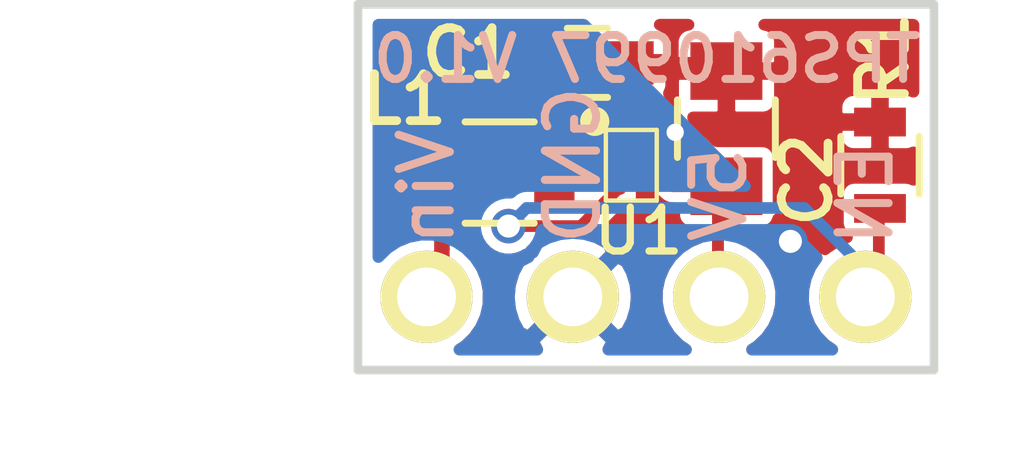
<source format=kicad_pcb>
(kicad_pcb (version 20171130) (host pcbnew "(5.1.5)-3")

  (general
    (thickness 1.6)
    (drawings 11)
    (tracks 81)
    (zones 0)
    (modules 8)
    (nets 6)
  )

  (page A4)
  (layers
    (0 F.Cu signal)
    (31 B.Cu signal)
    (32 B.Adhes user)
    (33 F.Adhes user)
    (34 B.Paste user)
    (35 F.Paste user)
    (36 B.SilkS user)
    (37 F.SilkS user)
    (38 B.Mask user)
    (39 F.Mask user)
    (40 Dwgs.User user)
    (41 Cmts.User user)
    (42 Eco1.User user)
    (43 Eco2.User user)
    (44 Edge.Cuts user)
    (45 Margin user)
    (46 B.CrtYd user)
    (47 F.CrtYd user)
    (48 B.Fab user)
    (49 F.Fab user hide)
  )

  (setup
    (last_trace_width 0.2032)
    (trace_clearance 0.16256)
    (zone_clearance 0.1778)
    (zone_45_only no)
    (trace_min 0.2)
    (via_size 0.6)
    (via_drill 0.4)
    (via_min_size 0.4)
    (via_min_drill 0.3)
    (uvia_size 0.3)
    (uvia_drill 0.1)
    (uvias_allowed no)
    (uvia_min_size 0.2)
    (uvia_min_drill 0.1)
    (edge_width 0.15)
    (segment_width 0.2)
    (pcb_text_width 0.3)
    (pcb_text_size 1.5 1.5)
    (mod_edge_width 0.15)
    (mod_text_size 1 1)
    (mod_text_width 0.15)
    (pad_size 0.6 0.6)
    (pad_drill 0.3)
    (pad_to_mask_clearance 0.2)
    (aux_axis_origin 0 0)
    (visible_elements 7FFFFF7F)
    (pcbplotparams
      (layerselection 0x010f0_80000001)
      (usegerberextensions true)
      (usegerberattributes false)
      (usegerberadvancedattributes false)
      (creategerberjobfile false)
      (excludeedgelayer true)
      (linewidth 0.100000)
      (plotframeref false)
      (viasonmask false)
      (mode 1)
      (useauxorigin false)
      (hpglpennumber 1)
      (hpglpenspeed 20)
      (hpglpendiameter 15.000000)
      (psnegative false)
      (psa4output false)
      (plotreference true)
      (plotvalue true)
      (plotinvisibletext false)
      (padsonsilk false)
      (subtractmaskfromsilk true)
      (outputformat 1)
      (mirror false)
      (drillshape 0)
      (scaleselection 1)
      (outputdirectory "gerber/"))
  )

  (net 0 "")
  (net 1 GND)
  (net 2 /Vin)
  (net 3 /Vout)
  (net 4 "Net-(L1-Pad2)")
  (net 5 /EN)

  (net_class Default "これは標準のネット クラスです。"
    (clearance 0.16256)
    (trace_width 0.2032)
    (via_dia 0.6)
    (via_drill 0.4)
    (uvia_dia 0.3)
    (uvia_drill 0.1)
    (add_net /EN)
    (add_net /Vin)
    (add_net /Vout)
    (add_net GND)
    (add_net "Net-(L1-Pad2)")
  )

  (module Capacitors_SMD:C_0603 (layer F.Cu) (tedit 5A91720D) (tstamp 5A92EF66)
    (at 53.984 144.666)
    (descr "Capacitor SMD 0603, reflow soldering, AVX (see smccp.pdf)")
    (tags "capacitor 0603")
    (path /5A916F1B)
    (attr smd)
    (fp_text reference C1 (at -2.064 -0.166) (layer F.SilkS)
      (effects (font (size 0.8128 0.8128) (thickness 0.1524)))
    )
    (fp_text value 10u (at 0 1.5) (layer F.Fab) hide
      (effects (font (size 1 1) (thickness 0.15)))
    )
    (fp_line (start 1.4 0.65) (end -1.4 0.65) (layer F.CrtYd) (width 0.05))
    (fp_line (start 1.4 0.65) (end 1.4 -0.65) (layer F.CrtYd) (width 0.05))
    (fp_line (start -1.4 -0.65) (end -1.4 0.65) (layer F.CrtYd) (width 0.05))
    (fp_line (start -1.4 -0.65) (end 1.4 -0.65) (layer F.CrtYd) (width 0.05))
    (fp_line (start 0.35 0.6) (end -0.35 0.6) (layer F.SilkS) (width 0.12))
    (fp_line (start -0.35 -0.6) (end 0.35 -0.6) (layer F.SilkS) (width 0.12))
    (fp_line (start -0.8 -0.4) (end 0.8 -0.4) (layer F.Fab) (width 0.1))
    (fp_line (start 0.8 -0.4) (end 0.8 0.4) (layer F.Fab) (width 0.1))
    (fp_line (start 0.8 0.4) (end -0.8 0.4) (layer F.Fab) (width 0.1))
    (fp_line (start -0.8 0.4) (end -0.8 -0.4) (layer F.Fab) (width 0.1))
    (fp_text user %R (at 0 0) (layer F.Fab)
      (effects (font (size 0.3 0.3) (thickness 0.075)))
    )
    (pad 2 smd rect (at 0.75 0) (size 0.8 0.75) (layers F.Cu F.Paste F.Mask)
      (net 1 GND))
    (pad 1 smd rect (at -0.75 0) (size 0.8 0.75) (layers F.Cu F.Paste F.Mask)
      (net 2 /Vin))
    (model Capacitors_SMD.3dshapes/C_0603.wrl
      (at (xyz 0 0 0))
      (scale (xyz 1 1 1))
      (rotate (xyz 0 0 0))
    )
  )

  (module Capacitors_SMD:C_0805 (layer F.Cu) (tedit 5A916D56) (tstamp 5A92EF77)
    (at 56.397 145.809 90)
    (descr "Capacitor SMD 0805, reflow soldering, AVX (see smccp.pdf)")
    (tags "capacitor 0805")
    (path /5A918808)
    (attr smd)
    (fp_text reference C2 (at -0.889 1.397 90) (layer F.SilkS)
      (effects (font (size 0.8128 0.8128) (thickness 0.1524)))
    )
    (fp_text value 22u (at 0 1.75 90) (layer F.Fab) hide
      (effects (font (size 1 1) (thickness 0.15)))
    )
    (fp_text user %R (at 0 -1.5 90) (layer F.Fab)
      (effects (font (size 1 1) (thickness 0.15)))
    )
    (fp_line (start -1 0.62) (end -1 -0.62) (layer F.Fab) (width 0.1))
    (fp_line (start 1 0.62) (end -1 0.62) (layer F.Fab) (width 0.1))
    (fp_line (start 1 -0.62) (end 1 0.62) (layer F.Fab) (width 0.1))
    (fp_line (start -1 -0.62) (end 1 -0.62) (layer F.Fab) (width 0.1))
    (fp_line (start 0.5 -0.85) (end -0.5 -0.85) (layer F.SilkS) (width 0.12))
    (fp_line (start -0.5 0.85) (end 0.5 0.85) (layer F.SilkS) (width 0.12))
    (fp_line (start -1.75 -0.88) (end 1.75 -0.88) (layer F.CrtYd) (width 0.05))
    (fp_line (start -1.75 -0.88) (end -1.75 0.87) (layer F.CrtYd) (width 0.05))
    (fp_line (start 1.75 0.87) (end 1.75 -0.88) (layer F.CrtYd) (width 0.05))
    (fp_line (start 1.75 0.87) (end -1.75 0.87) (layer F.CrtYd) (width 0.05))
    (pad 1 smd rect (at -1 0 90) (size 1 1.25) (layers F.Cu F.Paste F.Mask)
      (net 3 /Vout))
    (pad 2 smd rect (at 1 0 90) (size 1 1.25) (layers F.Cu F.Paste F.Mask)
      (net 1 GND))
    (model Capacitors_SMD.3dshapes/C_0805.wrl
      (at (xyz 0 0 0))
      (scale (xyz 1 1 1))
      (rotate (xyz 0 0 0))
    )
  )

  (module Inductors_SMD:L_0805 (layer F.Cu) (tedit 5A916AAF) (tstamp 5A92EF87)
    (at 52.46 146.571)
    (descr "Resistor SMD 0805, reflow soldering, Vishay (see dcrcw.pdf)")
    (tags "resistor 0805")
    (path /5A9168A1)
    (attr smd)
    (fp_text reference L1 (at -1.651 -1.27 180) (layer F.SilkS)
      (effects (font (size 0.8128 0.8128) (thickness 0.1524)))
    )
    (fp_text value 1u (at 0 2.1) (layer F.Fab) hide
      (effects (font (size 1 1) (thickness 0.15)))
    )
    (fp_line (start -1 0.62) (end -1 -0.62) (layer F.Fab) (width 0.1))
    (fp_line (start 1 0.62) (end -1 0.62) (layer F.Fab) (width 0.1))
    (fp_line (start 1 -0.62) (end 1 0.62) (layer F.Fab) (width 0.1))
    (fp_line (start -1 -0.62) (end 1 -0.62) (layer F.Fab) (width 0.1))
    (fp_line (start -1.6 -1) (end 1.6 -1) (layer F.CrtYd) (width 0.05))
    (fp_line (start -1.6 1) (end 1.6 1) (layer F.CrtYd) (width 0.05))
    (fp_line (start -1.6 -1) (end -1.6 1) (layer F.CrtYd) (width 0.05))
    (fp_line (start 1.6 -1) (end 1.6 1) (layer F.CrtYd) (width 0.05))
    (fp_line (start 0.6 0.88) (end -0.6 0.88) (layer F.SilkS) (width 0.12))
    (fp_line (start -0.6 -0.88) (end 0.6 -0.88) (layer F.SilkS) (width 0.12))
    (pad 1 smd rect (at -0.95 0) (size 0.7 1.3) (layers F.Cu F.Paste F.Mask)
      (net 2 /Vin))
    (pad 2 smd rect (at 0.95 0) (size 0.7 1.3) (layers F.Cu F.Paste F.Mask)
      (net 4 "Net-(L1-Pad2)"))
    (model Inductors_SMD.3dshapes\L_0805.wrl
      (at (xyz 0 0 0))
      (scale (xyz 1 1 1))
      (rotate (xyz 0 0 0))
    )
    (model ${KISYS3DMOD}/Inductor_SMD.3dshapes/L_0805_2012Metric.step
      (at (xyz 0 0 0))
      (scale (xyz 1 1 1))
      (rotate (xyz 0 0 0))
    )
  )

  (module user:USER_SIL-4_NoSilk (layer F.Cu) (tedit 59F88EAD) (tstamp 5A92EF93)
    (at 55 148.73)
    (descr "Connecteur 3 pins")
    (tags "CONN DEV")
    (path /5A915D8C)
    (fp_text reference P1 (at 0 -2.032) (layer F.SilkS) hide
      (effects (font (size 1.016 1.016) (thickness 0.1778)))
    )
    (fp_text value PinHeader (at 0 2.54) (layer F.SilkS) hide
      (effects (font (size 1.016 1.016) (thickness 0.1778)))
    )
    (fp_line (start -5.08 1.27) (end -5.08 -1.27) (layer F.Fab) (width 0.3048))
    (fp_line (start -5.08 -1.27) (end 5.08 -1.27) (layer F.Fab) (width 0.3048))
    (fp_line (start 5.08 -1.27) (end 5.08 1.27) (layer F.Fab) (width 0.3048))
    (fp_line (start 5.08 1.27) (end -5.08 1.27) (layer F.Fab) (width 0.3048))
    (pad 1 thru_hole circle (at -3.81 0) (size 1.6 1.6) (drill 1.02) (layers *.Cu *.Mask F.SilkS)
      (net 2 /Vin))
    (pad 2 thru_hole circle (at -1.27 0) (size 1.6 1.6) (drill 1.02) (layers *.Cu *.Mask F.SilkS)
      (net 1 GND))
    (pad 3 thru_hole circle (at 1.27 0) (size 1.6 1.6) (drill 1.02) (layers *.Cu *.Mask F.SilkS)
      (net 3 /Vout))
    (pad 4 thru_hole circle (at 3.81 0) (size 1.6 1.6) (drill 1.02) (layers *.Cu *.Mask F.SilkS)
      (net 5 /EN))
  )

  (module Resistors_SMD:R_0603 (layer F.Cu) (tedit 5A917204) (tstamp 5A92EF99)
    (at 59.064 146.444 90)
    (descr "Resistor SMD 0603, reflow soldering, Vishay (see dcrcw.pdf)")
    (tags "resistor 0603")
    (path /5A9172CB)
    (attr smd)
    (fp_text reference R1 (at 1.844 0.056 90) (layer F.SilkS)
      (effects (font (size 0.8128 0.8128) (thickness 0.1524)))
    )
    (fp_text value 10M (at 0 1.5 90) (layer F.Fab) hide
      (effects (font (size 1 1) (thickness 0.15)))
    )
    (fp_text user %R (at 0 0 90) (layer F.Fab)
      (effects (font (size 0.4 0.4) (thickness 0.075)))
    )
    (fp_line (start -0.8 0.4) (end -0.8 -0.4) (layer F.Fab) (width 0.1))
    (fp_line (start 0.8 0.4) (end -0.8 0.4) (layer F.Fab) (width 0.1))
    (fp_line (start 0.8 -0.4) (end 0.8 0.4) (layer F.Fab) (width 0.1))
    (fp_line (start -0.8 -0.4) (end 0.8 -0.4) (layer F.Fab) (width 0.1))
    (fp_line (start 0.5 0.68) (end -0.5 0.68) (layer F.SilkS) (width 0.12))
    (fp_line (start -0.5 -0.68) (end 0.5 -0.68) (layer F.SilkS) (width 0.12))
    (fp_line (start -1.25 -0.7) (end 1.25 -0.7) (layer F.CrtYd) (width 0.05))
    (fp_line (start -1.25 -0.7) (end -1.25 0.7) (layer F.CrtYd) (width 0.05))
    (fp_line (start 1.25 0.7) (end 1.25 -0.7) (layer F.CrtYd) (width 0.05))
    (fp_line (start 1.25 0.7) (end -1.25 0.7) (layer F.CrtYd) (width 0.05))
    (pad 1 smd rect (at -0.75 0 90) (size 0.5 0.9) (layers F.Cu F.Paste F.Mask)
      (net 5 /EN))
    (pad 2 smd rect (at 0.75 0 90) (size 0.5 0.9) (layers F.Cu F.Paste F.Mask)
      (net 1 GND))
    (model ${KISYS3DMOD}/Resistors_SMD.3dshapes/R_0603.wrl
      (at (xyz 0 0 0))
      (scale (xyz 1 1 1))
      (rotate (xyz 0 0 0))
    )
  )

  (module user:USER_Boost_TPS61099x_WCSP (layer F.Cu) (tedit 5A916703) (tstamp 5A92EFA8)
    (at 54.746 146.444)
    (path /5A91B0F1)
    (attr smd)
    (fp_text reference U1 (at 0.127 1.143) (layer F.SilkS)
      (effects (font (size 0.762 0.762) (thickness 0.127)))
    )
    (fp_text value TPS61099x_WCSP (at 0 -1.778) (layer F.Fab) hide
      (effects (font (size 1 1) (thickness 0.15)))
    )
    (fp_circle (center -0.635 -0.762) (end -0.508 -0.762) (layer F.SilkS) (width 0.254))
    (fp_line (start 0.442 -0.613) (end 0.442 0.613) (layer F.SilkS) (width 0.0762))
    (fp_line (start 0.442 0.613) (end -0.442 0.613) (layer F.SilkS) (width 0.0762))
    (fp_line (start -0.442 0.613) (end -0.442 -0.613) (layer F.SilkS) (width 0.0762))
    (fp_line (start -0.442 -0.613) (end 0.442 -0.613) (layer F.SilkS) (width 0.0762))
    (pad A1 smd circle (at -0.2 -0.4) (size 0.23 0.23) (layers F.Cu F.Paste F.Mask)
      (net 2 /Vin))
    (pad B1 smd circle (at -0.2 0) (size 0.23 0.23) (layers F.Cu F.Paste F.Mask)
      (net 4 "Net-(L1-Pad2)"))
    (pad C1 smd circle (at -0.2 0.4) (size 0.23 0.23) (layers F.Cu F.Paste F.Mask)
      (net 5 /EN))
    (pad A2 smd circle (at 0.2 -0.4) (size 0.23 0.23) (layers F.Cu F.Paste F.Mask)
      (net 1 GND))
    (pad B2 smd circle (at 0.2 0) (size 0.23 0.23) (layers F.Cu F.Paste F.Mask)
      (net 3 /Vout))
    (pad C2 smd circle (at 0.2 0.4) (size 0.23 0.23) (layers F.Cu F.Paste F.Mask)
      (net 1 GND))
  )

  (module user:USER_GNDvia (layer F.Cu) (tedit 5A916C7B) (tstamp 5A93758F)
    (at 61.33 145.555)
    (attr smd)
    (fp_text reference "" (at 0 0.5) (layer F.Fab) hide
      (effects (font (size 0.127 0.127) (thickness 0.03175)))
    )
    (fp_text value "" (at 0 -0.5) (layer F.Fab) hide
      (effects (font (size 0.127 0.127) (thickness 0.03175)))
    )
  )

  (module user:USER_GNDvia (layer F.Cu) (tedit 5A916CA4) (tstamp 5A9375C3)
    (at 55.508 145.8725)
    (fp_text reference "" (at 0 0.5) (layer F.Fab) hide
      (effects (font (size 0.127 0.127) (thickness 0.03175)))
    )
    (fp_text value "" (at 0 -0.5) (layer F.Fab) hide
      (effects (font (size 0.127 0.127) (thickness 0.03175)))
    )
    (pad "" thru_hole circle (at 0 0) (size 0.6 0.6) (drill 0.3) (layers *.Cu)
      (net 1 GND) (solder_mask_margin -0.000001) (clearance -0.000001) (zone_connect 2))
  )

  (dimension 6.35 (width 0.12) (layer Dwgs.User)
    (gr_text "6.350 mm" (at 47.48 146.825 90) (layer Dwgs.User)
      (effects (font (size 1 1) (thickness 0.15)))
    )
    (feature1 (pts (xy 50 143.65) (xy 48.163579 143.65)))
    (feature2 (pts (xy 50 150) (xy 48.163579 150)))
    (crossbar (pts (xy 48.75 150) (xy 48.75 143.65)))
    (arrow1a (pts (xy 48.75 143.65) (xy 49.336421 144.776504)))
    (arrow1b (pts (xy 48.75 143.65) (xy 48.163579 144.776504)))
    (arrow2a (pts (xy 48.75 150) (xy 49.336421 148.873496)))
    (arrow2b (pts (xy 48.75 150) (xy 48.163579 148.873496)))
  )
  (dimension 10 (width 0.12) (layer Dwgs.User)
    (gr_text "10.000 mm" (at 55 152.2095) (layer Dwgs.User)
      (effects (font (size 1 1) (thickness 0.15)))
    )
    (feature1 (pts (xy 50 150) (xy 50 151.525921)))
    (feature2 (pts (xy 60 150) (xy 60 151.525921)))
    (crossbar (pts (xy 60 150.9395) (xy 50 150.9395)))
    (arrow1a (pts (xy 50 150.9395) (xy 51.126504 150.353079)))
    (arrow1b (pts (xy 50 150.9395) (xy 51.126504 151.525921)))
    (arrow2a (pts (xy 60 150.9395) (xy 58.873496 150.353079)))
    (arrow2b (pts (xy 60 150.9395) (xy 58.873496 151.525921)))
  )
  (gr_text "TPS610997 V1.0" (at 55.02 144.6) (layer B.SilkS)
    (effects (font (size 0.762 0.762) (thickness 0.1397)) (justify mirror))
  )
  (gr_text EN (at 58.81 146.952 90) (layer B.SilkS)
    (effects (font (size 0.889 0.889) (thickness 0.1397)) (justify mirror))
  )
  (gr_text 5V (at 56.27 146.952 90) (layer B.SilkS)
    (effects (font (size 0.889 0.889) (thickness 0.1397)) (justify mirror))
  )
  (gr_text GND (at 53.73 146.444 90) (layer B.SilkS)
    (effects (font (size 0.889 0.889) (thickness 0.1397)) (justify mirror))
  )
  (gr_text Vin (at 51.19 146.825 90) (layer B.SilkS)
    (effects (font (size 0.889 0.889) (thickness 0.1397)) (justify mirror))
  )
  (gr_line (start 60 143.65) (end 60 150) (angle 90) (layer Edge.Cuts) (width 0.15))
  (gr_line (start 50 143.65) (end 50 150) (angle 90) (layer Edge.Cuts) (width 0.15))
  (gr_line (start 60 143.65) (end 50 143.65) (angle 90) (layer Edge.Cuts) (width 0.15))
  (gr_line (start 50 150) (end 60 150) (angle 90) (layer Edge.Cuts) (width 0.15))

  (segment (start 54.926 146.044) (end 54.926 144.878) (width 0.2032) (layer F.Cu) (net 1))
  (segment (start 54.926 144.878) (end 54.714 144.666) (width 0.2032) (layer F.Cu) (net 1) (tstamp 5A9375D7))
  (segment (start 56.377 144.809) (end 54.857 144.809) (width 0.2032) (layer F.Cu) (net 1))
  (segment (start 54.857 144.809) (end 54.714 144.666) (width 0.2032) (layer F.Cu) (net 1) (tstamp 5A92F50F))
  (segment (start 56.377 144.809) (end 55.885 144.809) (width 0.2032) (layer F.Cu) (net 1))
  (segment (start 55.885 144.809) (end 55.742 144.666) (width 0.2032) (layer F.Cu) (net 1) (tstamp 5A92F50B))
  (segment (start 55.742 144.666) (end 54.714 144.666) (width 0.2032) (layer F.Cu) (net 1) (tstamp 5A92F50C))
  (segment (start 57.5082 145.301) (end 57.5082 145.0355) (width 0.2032) (layer F.Cu) (net 1))
  (segment (start 57.52 145.047) (end 57.52 145.0473) (width 0.2032) (layer F.Cu) (net 1) (tstamp 5A92F507))
  (segment (start 57.5197 145.047) (end 57.52 145.047) (width 0.2032) (layer F.Cu) (net 1) (tstamp 5A92F506))
  (segment (start 57.5082 145.0355) (end 57.5197 145.047) (width 0.2032) (layer F.Cu) (net 1) (tstamp 5A92F505))
  (segment (start 59.044 145.694) (end 58.1667 145.694) (width 0.2032) (layer F.Cu) (net 1))
  (segment (start 58.1667 145.694) (end 57.637 145.1643) (width 0.2032) (layer F.Cu) (net 1) (tstamp 5A92F500))
  (via (at 57.5082 147.7659) (size 0.6) (layers F.Cu B.Cu) (net 1))
  (segment (start 57.5082 147.7659) (end 57.5082 145.301) (width 0.2032) (layer F.Cu) (net 1))
  (segment (start 53.71 148.73) (end 54.8439 147.5961) (width 0.2032) (layer B.Cu) (net 1))
  (segment (start 54.8439 147.5961) (end 57.3384 147.5961) (width 0.2032) (layer B.Cu) (net 1))
  (segment (start 57.3384 147.5961) (end 57.5082 147.7659) (width 0.2032) (layer B.Cu) (net 1))
  (segment (start 55.4723 145.4977) (end 55.4723 144.809) (width 0.2032) (layer F.Cu) (net 1))
  (segment (start 54.926 146.044) (end 55.4723 145.4977) (width 0.2032) (layer F.Cu) (net 1))
  (segment (start 56.377 144.809) (end 57.2817 144.809) (width 0.2032) (layer F.Cu) (net 1))
  (segment (start 57.52 145.0473) (end 57.2817 144.809) (width 0.2032) (layer F.Cu) (net 1) (tstamp 5A92F508))
  (segment (start 56.377 144.809) (end 55.9247 144.809) (width 0.2032) (layer F.Cu) (net 1))
  (segment (start 55.9247 144.809) (end 55.4723 144.809) (width 0.2032) (layer F.Cu) (net 1))
  (segment (start 55.3937 144.7304) (end 55.3937 144.666) (width 0.2032) (layer F.Cu) (net 1))
  (segment (start 55.4723 144.809) (end 55.3937 144.7304) (width 0.2032) (layer F.Cu) (net 1))
  (segment (start 54.714 144.666) (end 55.3937 144.666) (width 0.2032) (layer F.Cu) (net 1))
  (segment (start 54.926 147.514) (end 53.71 148.73) (width 0.2032) (layer F.Cu) (net 1))
  (segment (start 54.926 146.844) (end 54.926 147.514) (width 0.2032) (layer F.Cu) (net 1))
  (segment (start 57.637 145.1643) (end 57.52 145.0473) (width 0.2032) (layer F.Cu) (net 1))
  (segment (start 54.526 146.044) (end 54.526 145.863) (width 0.2032) (layer F.Cu) (net 2))
  (segment (start 54.526 145.863) (end 53.329 144.666) (width 0.2032) (layer F.Cu) (net 2) (tstamp 5A92F4F9))
  (segment (start 53.329 144.666) (end 53.214 144.666) (width 0.2032) (layer F.Cu) (net 2) (tstamp 5A92F4FA))
  (segment (start 51.49 146.571) (end 51.49 147.14) (width 0.2032) (layer F.Cu) (net 2))
  (segment (start 51.49 147.14) (end 51.424 147.206) (width 0.2032) (layer F.Cu) (net 2) (tstamp 5A92F4F4))
  (segment (start 51.424 147.206) (end 51.424 148.476) (width 0.2032) (layer F.Cu) (net 2) (tstamp 5A92F4F5))
  (segment (start 51.424 148.476) (end 51.17 148.73) (width 0.2032) (layer F.Cu) (net 2) (tstamp 5A92F4F6))
  (segment (start 53.214 144.666) (end 53.075 144.666) (width 0.2032) (layer F.Cu) (net 2))
  (segment (start 53.075 144.666) (end 51.49 146.251) (width 0.2032) (layer F.Cu) (net 2) (tstamp 5A92F4F0))
  (segment (start 51.49 146.251) (end 51.49 146.571) (width 0.2032) (layer F.Cu) (net 2) (tstamp 5A92F4F1))
  (segment (start 53.214 144.666) (end 53.214 144.732) (width 0.2032) (layer F.Cu) (net 2))
  (segment (start 53.214 144.732) (end 54.526 146.044) (width 0.2032) (layer F.Cu) (net 2) (tstamp 5A92F4D8))
  (segment (start 51.49 146.571) (end 51.49 146.39) (width 0.2032) (layer F.Cu) (net 2))
  (segment (start 51.49 146.39) (end 53.214 144.666) (width 0.2032) (layer F.Cu) (net 2) (tstamp 5A92F4D4))
  (segment (start 51.17 148.73) (end 51.17 148.222) (width 0.2032) (layer F.Cu) (net 2))
  (segment (start 51.17 148.222) (end 51.49 147.902) (width 0.2032) (layer F.Cu) (net 2) (tstamp 5A92F4D0))
  (segment (start 51.49 147.902) (end 51.49 146.571) (width 0.2032) (layer F.Cu) (net 2) (tstamp 5A92F4D1))
  (segment (start 51.49 148.41) (end 51.49 146.571) (width 0.2032) (layer F.Cu) (net 2))
  (segment (start 51.17 148.73) (end 51.49 148.41) (width 0.2032) (layer F.Cu) (net 2))
  (segment (start 54.926 146.444) (end 56.012 146.444) (width 0.2032) (layer F.Cu) (net 3))
  (segment (start 56.012 146.444) (end 56.377 146.809) (width 0.2032) (layer F.Cu) (net 3) (tstamp 5A92F4ED))
  (segment (start 54.926 146.444) (end 55.615 146.444) (width 0.2032) (layer F.Cu) (net 3))
  (segment (start 55.615 146.444) (end 55.98 146.809) (width 0.2032) (layer F.Cu) (net 3) (tstamp 5A92F4E9))
  (segment (start 55.98 146.809) (end 56.377 146.809) (width 0.2032) (layer F.Cu) (net 3) (tstamp 5A92F4EA))
  (segment (start 54.926 146.444) (end 55.361 146.444) (width 0.2032) (layer F.Cu) (net 3))
  (segment (start 55.615 146.698) (end 56.266 146.698) (width 0.2032) (layer F.Cu) (net 3) (tstamp 5A92F4E5))
  (segment (start 55.361 146.444) (end 55.615 146.698) (width 0.2032) (layer F.Cu) (net 3) (tstamp 5A92F4E4))
  (segment (start 56.266 146.698) (end 56.377 146.809) (width 0.2032) (layer F.Cu) (net 3) (tstamp 5A92F4E6))
  (segment (start 56.377 146.809) (end 56.377 147.206) (width 0.2032) (layer F.Cu) (net 3))
  (segment (start 56.377 147.206) (end 56.25 147.333) (width 0.2032) (layer F.Cu) (net 3) (tstamp 5A92F4E0))
  (segment (start 56.25 147.333) (end 56.25 148.73) (width 0.2032) (layer F.Cu) (net 3) (tstamp 5A92F4E1))
  (segment (start 55.1073 146.444) (end 55.4723 146.809) (width 0.2032) (layer F.Cu) (net 3))
  (segment (start 54.926 146.444) (end 55.1073 146.444) (width 0.2032) (layer F.Cu) (net 3))
  (segment (start 56.377 146.809) (end 55.4723 146.809) (width 0.2032) (layer F.Cu) (net 3))
  (segment (start 56.25 147.7157) (end 56.377 147.5887) (width 0.2032) (layer F.Cu) (net 3))
  (segment (start 56.25 148.73) (end 56.25 147.7157) (width 0.2032) (layer F.Cu) (net 3))
  (segment (start 56.377 146.809) (end 56.377 147.5887) (width 0.2032) (layer F.Cu) (net 3))
  (segment (start 54.526 146.444) (end 53.517 146.444) (width 0.2032) (layer F.Cu) (net 4))
  (segment (start 53.517 146.444) (end 53.39 146.571) (width 0.2032) (layer F.Cu) (net 4) (tstamp 5A92F4DC))
  (segment (start 54.1467 146.444) (end 54.0197 146.571) (width 0.2032) (layer F.Cu) (net 4))
  (segment (start 54.526 146.444) (end 54.1467 146.444) (width 0.2032) (layer F.Cu) (net 4))
  (segment (start 53.39 146.571) (end 54.0197 146.571) (width 0.2032) (layer F.Cu) (net 4))
  (via (at 52.6132 147.5007) (size 0.6) (layers F.Cu B.Cu) (net 5))
  (segment (start 59.044 148.476) (end 59.044 147.194) (width 0.2032) (layer F.Cu) (net 5))
  (segment (start 58.79 148.73) (end 59.044 148.476) (width 0.2032) (layer F.Cu) (net 5))
  (segment (start 52.9277 147.1862) (end 52.6132 147.5007) (width 0.2032) (layer B.Cu) (net 5))
  (segment (start 57.7484 147.1862) (end 52.9277 147.1862) (width 0.2032) (layer B.Cu) (net 5))
  (segment (start 58.79 148.2278) (end 57.7484 147.1862) (width 0.2032) (layer B.Cu) (net 5))
  (segment (start 58.79 148.73) (end 58.79 148.2278) (width 0.2032) (layer B.Cu) (net 5))
  (segment (start 53.8693 147.5007) (end 52.6132 147.5007) (width 0.2032) (layer F.Cu) (net 5))
  (segment (start 54.526 146.844) (end 53.8693 147.5007) (width 0.2032) (layer F.Cu) (net 5))

  (zone (net 1) (net_name GND) (layer B.Cu) (tstamp 5A92F524) (hatch edge 0.508)
    (connect_pads (clearance 0.1778))
    (min_thickness 0.2032)
    (fill yes (mode segment) (arc_segments 32) (thermal_gap 0.2032) (thermal_bridge_width 0.3048) (smoothing chamfer) (radius 0.1778))
    (polygon
      (pts
        (xy 60.06 150) (xy 49.9 150) (xy 49.9 143.65) (xy 60.06 143.65) (xy 60.06 150)
      )
    )
    (filled_polygon
      (pts
        (xy 56.721516 146.8052) (xy 52.9277 146.8052) (xy 52.892654 146.808636) (xy 52.857614 146.811702) (xy 52.855692 146.81226)
        (xy 52.853697 146.812456) (xy 52.819989 146.822633) (xy 52.786209 146.832447) (xy 52.784431 146.833369) (xy 52.782512 146.833948)
        (xy 52.751424 146.850478) (xy 52.720192 146.866667) (xy 52.718627 146.867917) (xy 52.716858 146.868857) (xy 52.689595 146.891092)
        (xy 52.66208 146.913057) (xy 52.659288 146.91581) (xy 52.659234 146.915854) (xy 52.659193 146.915904) (xy 52.658292 146.916792)
        (xy 52.653541 146.921543) (xy 52.560433 146.920893) (xy 52.44882 146.942185) (xy 52.343468 146.98475) (xy 52.248389 147.046967)
        (xy 52.167207 147.126467) (xy 52.103012 147.220222) (xy 52.05825 147.324659) (xy 52.034625 147.435802) (xy 52.033039 147.549417)
        (xy 52.053551 147.661177) (xy 52.095379 147.766824) (xy 52.156931 147.862334) (xy 52.235863 147.94407) (xy 52.329167 148.008918)
        (xy 52.433289 148.054408) (xy 52.544265 148.078807) (xy 52.657866 148.081187) (xy 52.769766 148.061456) (xy 52.875702 148.020366)
        (xy 52.92025 147.992095) (xy 52.96385 148.035695) (xy 52.802954 148.119254) (xy 52.701616 148.311847) (xy 52.639799 148.520509)
        (xy 52.619877 148.737222) (xy 52.642616 148.953657) (xy 52.707143 149.161498) (xy 52.802954 149.340746) (xy 52.963852 149.424306)
        (xy 53.658158 148.73) (xy 53.801842 148.73) (xy 54.496148 149.424306) (xy 54.657046 149.340746) (xy 54.758384 149.148153)
        (xy 54.820201 148.939491) (xy 54.840123 148.722778) (xy 54.817384 148.506343) (xy 54.752857 148.298502) (xy 54.657046 148.119254)
        (xy 54.496148 148.035694) (xy 53.801842 148.73) (xy 53.658158 148.73) (xy 53.644016 148.715858) (xy 53.715858 148.644016)
        (xy 53.73 148.658158) (xy 54.424306 147.963852) (xy 54.340746 147.802954) (xy 54.148153 147.701616) (xy 53.939491 147.639799)
        (xy 53.722778 147.619877) (xy 53.506343 147.642616) (xy 53.298502 147.707143) (xy 53.119254 147.802954) (xy 53.035695 147.96385)
        (xy 53.002213 147.930368) (xy 53.053925 147.881123) (xy 53.119423 147.788274) (xy 53.165638 147.684472) (xy 53.190812 147.573669)
        (xy 53.190902 147.5672) (xy 57.483516 147.5672) (xy 57.966939 148.050623) (xy 57.859538 148.207479) (xy 57.776147 148.402043)
        (xy 57.732136 148.609098) (xy 57.729181 148.820759) (xy 57.767393 149.028963) (xy 57.845319 149.225779) (xy 57.959988 149.403711)
        (xy 58.107034 149.555982) (xy 58.235978 149.6456) (xy 56.841789 149.6456) (xy 56.937761 149.584695) (xy 57.091054 149.438715)
        (xy 57.213074 149.265741) (xy 57.299173 149.07236) (xy 57.34607 148.865939) (xy 57.349447 148.624159) (xy 57.308331 148.416509)
        (xy 57.227665 148.2208) (xy 57.110523 148.044486) (xy 56.961365 147.894284) (xy 56.785873 147.775913) (xy 56.590732 147.693883)
        (xy 56.383374 147.651319) (xy 56.171698 147.649841) (xy 55.963766 147.689506) (xy 55.767498 147.768803) (xy 55.590371 147.884712)
        (xy 55.439131 148.032818) (xy 55.319538 148.207479) (xy 55.236147 148.402043) (xy 55.192136 148.609098) (xy 55.189181 148.820759)
        (xy 55.227393 149.028963) (xy 55.305319 149.225779) (xy 55.419988 149.403711) (xy 55.567034 149.555982) (xy 55.695978 149.6456)
        (xy 54.34669 149.6456) (xy 54.424306 149.496148) (xy 53.73 148.801842) (xy 53.035694 149.496148) (xy 53.11331 149.6456)
        (xy 51.761789 149.6456) (xy 51.857761 149.584695) (xy 52.011054 149.438715) (xy 52.133074 149.265741) (xy 52.219173 149.07236)
        (xy 52.26607 148.865939) (xy 52.269447 148.624159) (xy 52.228331 148.416509) (xy 52.147665 148.2208) (xy 52.030523 148.044486)
        (xy 51.881365 147.894284) (xy 51.705873 147.775913) (xy 51.510732 147.693883) (xy 51.303374 147.651319) (xy 51.091698 147.649841)
        (xy 50.883766 147.689506) (xy 50.687498 147.768803) (xy 50.510371 147.884712) (xy 50.359131 148.032818) (xy 50.3544 148.039727)
        (xy 50.3544 144.0044) (xy 53.920716 144.0044)
      )
    )
    (fill_segments
      (pts (xy 50.3544 144.0044) (xy 53.920716 144.0044))
      (pts (xy 50.3544 144.1568) (xy 54.073116 144.1568))
      (pts (xy 50.3544 144.3092) (xy 54.225516 144.3092))
      (pts (xy 50.3544 144.4616) (xy 54.377916 144.4616))
      (pts (xy 50.3544 144.614) (xy 54.530316 144.614))
      (pts (xy 50.3544 144.7664) (xy 54.682716 144.7664))
      (pts (xy 50.3544 144.9188) (xy 54.835116 144.9188))
      (pts (xy 50.3544 145.0712) (xy 54.987516 145.0712))
      (pts (xy 50.3544 145.2236) (xy 55.139916 145.2236))
      (pts (xy 50.3544 145.376) (xy 55.292316 145.376))
      (pts (xy 50.3544 145.5284) (xy 55.444716 145.5284))
      (pts (xy 50.3544 145.6808) (xy 55.597116 145.6808))
      (pts (xy 50.3544 145.8332) (xy 55.749516 145.8332))
      (pts (xy 50.3544 145.9856) (xy 55.901916 145.9856))
      (pts (xy 50.3544 146.138) (xy 56.054316 146.138))
      (pts (xy 50.3544 146.2904) (xy 56.206716 146.2904))
      (pts (xy 50.3544 146.4428) (xy 56.359116 146.4428))
      (pts (xy 50.3544 146.5952) (xy 56.511516 146.5952))
      (pts (xy 50.3544 146.7476) (xy 56.663916 146.7476))
      (pts (xy 50.3544 146.9) (xy 52.678437 146.9))
      (pts (xy 50.3544 147.0524) (xy 52.242842 147.0524))
      (pts (xy 50.3544 147.2048) (xy 52.113572 147.2048))
      (pts (xy 50.3544 147.3572) (xy 52.051333 147.3572))
      (pts (xy 50.3544 147.5096) (xy 52.033595 147.5096))
      (pts (xy 50.3544 147.662) (xy 51.027959 147.662))
      (pts (xy 51.355409 147.662) (xy 52.053876 147.662))
      (pts (xy 53.170743 147.662) (xy 53.443908 147.662))
      (pts (xy 54.014431 147.662) (xy 56.107959 147.662))
      (pts (xy 56.435409 147.662) (xy 57.578316 147.662))
      (pts (xy 50.3544 147.8144) (xy 50.617819 147.8144))
      (pts (xy 51.762933 147.8144) (xy 52.126039 147.8144))
      (pts (xy 53.100993 147.8144) (xy 53.11331 147.8144))
      (pts (xy 54.346691 147.8144) (xy 55.697819 147.8144))
      (pts (xy 56.842933 147.8144) (xy 57.730716 147.8144))
      (pts (xy 50.3544 147.9668) (xy 50.426546 147.9668))
      (pts (xy 51.953377 147.9668) (xy 52.268567 147.9668))
      (pts (xy 54.421358 147.9668) (xy 55.506546 147.9668))
      (pts (xy 57.033377 147.9668) (xy 57.883116 147.9668))
      (pts (xy 52.080163 148.1192) (xy 52.803058 148.1192))
      (pts (xy 54.268958 148.1192) (xy 54.412642 148.1192))
      (pts (xy 54.656943 148.1192) (xy 55.379984 148.1192))
      (pts (xy 57.160163 148.1192) (xy 57.919984 148.1192))
      (pts (xy 52.168604 148.2716) (xy 52.722794 148.2716))
      (pts (xy 54.116558 148.2716) (xy 54.260242 148.2716))
      (pts (xy 54.738478 148.2716) (xy 55.292056 148.2716))
      (pts (xy 57.248604 148.2716) (xy 57.832056 148.2716))
      (pts (xy 52.229815 148.424) (xy 52.668391 148.424))
      (pts (xy 53.964158 148.424) (xy 54.107842 148.424))
      (pts (xy 54.79182 148.424) (xy 55.23148 148.424))
      (pts (xy 57.309815 148.424) (xy 57.77148 148.424))
      (pts (xy 52.259991 148.5764) (xy 52.634662 148.5764))
      (pts (xy 53.811758 148.5764) (xy 53.955442 148.5764))
      (pts (xy 54.824745 148.5764) (xy 55.199087 148.5764))
      (pts (xy 57.339991 148.5764) (xy 57.739087 148.5764))
      (pts (xy 52.267985 148.7288) (xy 52.620652 148.7288))
      (pts (xy 53.656958 148.7288) (xy 53.803042 148.7288))
      (pts (xy 54.839569 148.7288) (xy 55.190465 148.7288))
      (pts (xy 57.347985 148.7288) (xy 57.730465 148.7288))
      (pts (xy 52.262602 148.8812) (xy 52.635003 148.8812))
      (pts (xy 53.506958 148.8812) (xy 53.650642 148.8812))
      (pts (xy 53.809358 148.8812) (xy 53.953042 148.8812))
      (pts (xy 54.825559 148.8812) (xy 55.200273 148.8812))
      (pts (xy 57.342602 148.8812) (xy 57.740273 148.8812))
      (pts (xy 52.227978 149.0336) (xy 52.667435 149.0336))
      (pts (xy 53.354558 149.0336) (xy 53.498242 149.0336))
      (pts (xy 53.961758 149.0336) (xy 54.105442 149.0336))
      (pts (xy 54.79232 149.0336) (xy 55.229228 149.0336))
      (pts (xy 57.307978 149.0336) (xy 57.769228 149.0336))
      (pts (xy 52.168577 149.186) (xy 52.720239 149.186))
      (pts (xy 53.202158 149.186) (xy 53.345842 149.186))
      (pts (xy 54.114158 149.186) (xy 54.257842 149.186))
      (pts (xy 54.738469 149.186) (xy 55.289569 149.186))
      (pts (xy 57.248577 149.186) (xy 57.829569 149.186))
      (pts (xy 52.081818 149.3384) (xy 52.8017 149.3384))
      (pts (xy 53.049758 149.3384) (xy 53.193442 149.3384))
      (pts (xy 54.266558 149.3384) (xy 54.410242 149.3384))
      (pts (xy 54.65828 149.3384) (xy 55.377898 149.3384))
      (pts (xy 57.161818 149.3384) (xy 57.917898 149.3384))
      (pts (xy 51.956359 149.4908) (xy 53.041042 149.4908))
      (pts (xy 54.418958 149.4908) (xy 55.504088 149.4908))
      (pts (xy 57.036359 149.4908) (xy 58.044088 149.4908))
      (pts (xy 51.76557 149.6432) (xy 53.112063 149.6432))
      (pts (xy 54.347936 149.6432) (xy 55.692524 149.6432))
      (pts (xy 56.84557 149.6432) (xy 58.232524 149.6432))
    )
  )
  (zone (net 1) (net_name GND) (layer F.Cu) (tstamp 5A92F523) (hatch edge 0.508)
    (connect_pads (clearance 0.1778))
    (min_thickness 0.2032)
    (fill yes (mode segment) (arc_segments 32) (thermal_gap 0.2032) (thermal_bridge_width 0.3048) (smoothing chamfer) (radius 0.1778))
    (polygon
      (pts
        (xy 60.06 150) (xy 49.9 150) (xy 49.9 143.65) (xy 60.06 143.65) (xy 60.06 150)
      )
    )
    (filled_polygon
      (pts
        (xy 57.966939 148.050623) (xy 57.859538 148.207479) (xy 57.776147 148.402043) (xy 57.732136 148.609098) (xy 57.729181 148.820759)
        (xy 57.767393 149.028963) (xy 57.845319 149.225779) (xy 57.959988 149.403711) (xy 58.107034 149.555982) (xy 58.235978 149.6456)
        (xy 56.841789 149.6456) (xy 56.937761 149.584695) (xy 57.091054 149.438715) (xy 57.213074 149.265741) (xy 57.299173 149.07236)
        (xy 57.34607 148.865939) (xy 57.349447 148.624159) (xy 57.308331 148.416509) (xy 57.227665 148.2208) (xy 57.110523 148.044486)
        (xy 56.961365 147.894284) (xy 56.785873 147.775913) (xy 56.72163 147.748908) (xy 56.727191 147.738792) (xy 56.727798 147.736878)
        (xy 56.728743 147.735116) (xy 56.739026 147.701482) (xy 56.749674 147.667914) (xy 56.749897 147.665924) (xy 56.750483 147.664008)
        (xy 56.75404 147.628994) (xy 56.757963 147.59402) (xy 56.75799 147.590106) (xy 56.757998 147.590029) (xy 56.757991 147.589958)
        (xy 56.757993 147.589751) (xy 57.022 147.589751) (xy 57.066493 147.586203) (xy 57.141959 147.562833) (xy 57.207925 147.519364)
        (xy 57.25917 147.459237) (xy 57.291636 147.387215) (xy 57.293116 147.3768)
      )
    )
    (filled_polygon
      (pts
        (xy 54.963351 146.838867) (xy 55.202892 147.078408) (xy 55.230124 147.100776) (xy 55.257048 147.123368) (xy 55.258801 147.124332)
        (xy 55.260351 147.125605) (xy 55.291356 147.14223) (xy 55.322208 147.159191) (xy 55.324122 147.159798) (xy 55.325884 147.160743)
        (xy 55.359518 147.171026) (xy 55.393086 147.181674) (xy 55.395076 147.181897) (xy 55.396992 147.182483) (xy 55.432006 147.18604)
        (xy 55.46698 147.189963) (xy 55.470894 147.18999) (xy 55.470971 147.189998) (xy 55.471042 147.189991) (xy 55.4723 147.19)
        (xy 55.491249 147.19) (xy 55.491249 147.309) (xy 55.494797 147.353493) (xy 55.518167 147.428959) (xy 55.561636 147.494925)
        (xy 55.621763 147.54617) (xy 55.693785 147.578636) (xy 55.772 147.589751) (xy 55.869 147.589751) (xy 55.869 147.727794)
        (xy 55.767498 147.768803) (xy 55.590371 147.884712) (xy 55.439131 148.032818) (xy 55.319538 148.207479) (xy 55.236147 148.402043)
        (xy 55.192136 148.609098) (xy 55.189181 148.820759) (xy 55.227393 149.028963) (xy 55.305319 149.225779) (xy 55.419988 149.403711)
        (xy 55.567034 149.555982) (xy 55.695978 149.6456) (xy 54.34669 149.6456) (xy 54.424306 149.496148) (xy 53.73 148.801842)
        (xy 53.035694 149.496148) (xy 53.11331 149.6456) (xy 51.761789 149.6456) (xy 51.857761 149.584695) (xy 52.011054 149.438715)
        (xy 52.133074 149.265741) (xy 52.219173 149.07236) (xy 52.26607 148.865939) (xy 52.269447 148.624159) (xy 52.228331 148.416509)
        (xy 52.147665 148.2208) (xy 52.030523 148.044486) (xy 51.881365 147.894284) (xy 51.871 147.887293) (xy 51.871 147.500874)
        (xy 51.904493 147.498203) (xy 51.979959 147.474833) (xy 52.034583 147.438838) (xy 52.033039 147.549417) (xy 52.053551 147.661177)
        (xy 52.095379 147.766824) (xy 52.156931 147.862334) (xy 52.235863 147.94407) (xy 52.329167 148.008918) (xy 52.433289 148.054408)
        (xy 52.544265 148.078807) (xy 52.657866 148.081187) (xy 52.769766 148.061456) (xy 52.875702 148.020366) (xy 52.92025 147.992095)
        (xy 52.96385 148.035695) (xy 52.802954 148.119254) (xy 52.701616 148.311847) (xy 52.639799 148.520509) (xy 52.619877 148.737222)
        (xy 52.642616 148.953657) (xy 52.707143 149.161498) (xy 52.802954 149.340746) (xy 52.963852 149.424306) (xy 53.658158 148.73)
        (xy 53.801842 148.73) (xy 54.496148 149.424306) (xy 54.657046 149.340746) (xy 54.758384 149.148153) (xy 54.820201 148.939491)
        (xy 54.840123 148.722778) (xy 54.817384 148.506343) (xy 54.752857 148.298502) (xy 54.657046 148.119254) (xy 54.496148 148.035694)
        (xy 53.801842 148.73) (xy 53.658158 148.73) (xy 53.644016 148.715858) (xy 53.715858 148.644016) (xy 53.73 148.658158)
        (xy 54.424306 147.963852) (xy 54.340746 147.802954) (xy 54.186842 147.721974) (xy 54.702454 147.206362) (xy 54.724686 147.197739)
        (xy 54.740742 147.18755) (xy 54.740957 147.212644) (xy 54.816815 147.245562) (xy 54.897639 147.263049) (xy 54.980321 147.264432)
        (xy 55.061683 147.249658) (xy 55.138601 147.219295) (xy 55.151043 147.212644) (xy 55.151823 147.121665) (xy 54.946 146.915842)
        (xy 54.931858 146.929985) (xy 54.931104 146.929231) (xy 54.939183 146.893671) (xy 54.939955 146.838376)
      )
    )
    (filled_polygon
      (pts
        (xy 55.683093 144.015913) (xy 55.627623 144.03889) (xy 55.577701 144.072247) (xy 55.535246 144.114701) (xy 55.50189 144.164623)
        (xy 55.478913 144.220093) (xy 55.4672 144.27898) (xy 55.4672 144.682) (xy 55.5434 144.7582) (xy 56.3462 144.7582)
        (xy 56.3462 144.7382) (xy 56.4478 144.7382) (xy 56.4478 144.7582) (xy 57.2506 144.7582) (xy 57.3268 144.682)
        (xy 57.3268 144.27898) (xy 57.315087 144.220093) (xy 57.29211 144.164623) (xy 57.258754 144.114701) (xy 57.216299 144.072247)
        (xy 57.166377 144.03889) (xy 57.110907 144.015913) (xy 57.053025 144.0044) (xy 59.6456 144.0044) (xy 59.6456 145.168597)
        (xy 59.602907 145.150913) (xy 59.54402 145.1392) (xy 59.191 145.1392) (xy 59.1148 145.2154) (xy 59.1148 145.6432)
        (xy 59.1348 145.6432) (xy 59.1348 145.7448) (xy 59.1148 145.7448) (xy 59.1148 146.1726) (xy 59.191 146.2488)
        (xy 59.54402 146.2488) (xy 59.602907 146.237087) (xy 59.6456 146.219403) (xy 59.6456 146.698429) (xy 59.592215 146.674364)
        (xy 59.514 146.663249) (xy 58.614 146.663249) (xy 58.569507 146.666797) (xy 58.494041 146.690167) (xy 58.428075 146.733636)
        (xy 58.37683 146.793763) (xy 58.344364 146.865785) (xy 58.333249 146.944) (xy 58.333249 147.444) (xy 58.336797 147.488493)
        (xy 58.360167 147.563959) (xy 58.403636 147.629925) (xy 58.463763 147.68117) (xy 58.492422 147.694089) (xy 58.307498 147.768803)
        (xy 58.130371 147.884712) (xy 58.109164 147.90548) (xy 57.302751 147.099067) (xy 57.302751 146.309) (xy 57.299203 146.264507)
        (xy 57.275833 146.189041) (xy 57.232364 146.123075) (xy 57.172237 146.07183) (xy 57.100215 146.039364) (xy 57.022 146.028249)
        (xy 56.231933 146.028249) (xy 56.024684 145.821) (xy 58.3092 145.821) (xy 58.3092 145.97402) (xy 58.320913 146.032907)
        (xy 58.34389 146.088377) (xy 58.377246 146.138299) (xy 58.419701 146.180753) (xy 58.469623 146.21411) (xy 58.525093 146.237087)
        (xy 58.58398 146.2488) (xy 58.937 146.2488) (xy 59.0132 146.1726) (xy 59.0132 145.7448) (xy 58.3854 145.7448)
        (xy 58.3092 145.821) (xy 56.024684 145.821) (xy 55.817484 145.6138) (xy 56.27 145.6138) (xy 56.3462 145.5376)
        (xy 56.3462 144.8598) (xy 56.4478 144.8598) (xy 56.4478 145.5376) (xy 56.524 145.6138) (xy 57.05202 145.6138)
        (xy 57.110907 145.602087) (xy 57.166377 145.57911) (xy 57.216299 145.545753) (xy 57.258754 145.503299) (xy 57.29211 145.453377)
        (xy 57.308429 145.41398) (xy 58.3092 145.41398) (xy 58.3092 145.567) (xy 58.3854 145.6432) (xy 59.0132 145.6432)
        (xy 59.0132 145.2154) (xy 58.937 145.1392) (xy 58.58398 145.1392) (xy 58.525093 145.150913) (xy 58.469623 145.17389)
        (xy 58.419701 145.207247) (xy 58.377246 145.249701) (xy 58.34389 145.299623) (xy 58.320913 145.355093) (xy 58.3092 145.41398)
        (xy 57.308429 145.41398) (xy 57.315087 145.397907) (xy 57.3268 145.33902) (xy 57.3268 144.936) (xy 57.2506 144.8598)
        (xy 56.4478 144.8598) (xy 56.3462 144.8598) (xy 55.5434 144.8598) (xy 55.4672 144.936) (xy 55.4672 145.263516)
        (xy 55.398082 145.194398) (xy 55.40411 145.185377) (xy 55.427087 145.129907) (xy 55.4388 145.07102) (xy 55.4388 144.793)
        (xy 55.3626 144.7168) (xy 54.920484 144.7168) (xy 54.818884 144.6152) (xy 55.3626 144.6152) (xy 55.4388 144.539)
        (xy 55.4388 144.26098) (xy 55.427087 144.202093) (xy 55.40411 144.146623) (xy 55.370753 144.096701) (xy 55.328299 144.054246)
        (xy 55.278377 144.02089) (xy 55.238568 144.0044) (xy 55.740975 144.0044)
      )
    )
    (filled_polygon
      (pts
        (xy 54.7848 144.868484) (xy 54.7848 145.2696) (xy 54.861 145.3458) (xy 55.16402 145.3458) (xy 55.222907 145.334087)
        (xy 55.242349 145.326033) (xy 55.944565 146.028249) (xy 55.772 146.028249) (xy 55.727507 146.031797) (xy 55.652041 146.055167)
        (xy 55.640154 146.063) (xy 55.36554 146.063) (xy 55.366432 146.009679) (xy 55.351658 145.928317) (xy 55.321295 145.851399)
        (xy 55.314644 145.838957) (xy 55.223665 145.838177) (xy 55.017842 146.044) (xy 55.031985 146.058143) (xy 55.031265 146.058862)
        (xy 54.987425 146.049863) (xy 54.9398 146.04953) (xy 54.940417 146.005327) (xy 54.931182 145.958691) (xy 54.931858 145.958016)
        (xy 54.946 145.972158) (xy 55.151823 145.766335) (xy 55.151043 145.675356) (xy 55.075185 145.642438) (xy 54.994361 145.624951)
        (xy 54.911679 145.623568) (xy 54.831848 145.638064) (xy 54.821095 145.62488) (xy 54.799144 145.597381) (xy 54.796393 145.594592)
        (xy 54.796346 145.594534) (xy 54.796292 145.594489) (xy 54.795408 145.593593) (xy 54.547615 145.3458) (xy 54.607 145.3458)
        (xy 54.6832 145.2696) (xy 54.6832 144.766884)
      )
    )
    (fill_segments
      (pts (xy 57.293116 147.3768) (xy 57.293116 147.3768))
      (pts (xy 57.192998 147.5292) (xy 57.445516 147.5292))
      (pts (xy 56.745332 147.6816) (xy 57.597916 147.6816))
      (pts (xy 56.871991 147.834) (xy 57.750316 147.834))
      (pts (xy 57.052841 147.9864) (xy 57.902716 147.9864))
      (pts (xy 57.173185 148.1388) (xy 57.906564 148.1388))
      (pts (xy 57.256682 148.2912) (xy 57.823655 148.2912))
      (pts (xy 57.313696 148.4436) (xy 57.767314 148.4436))
      (pts (xy 57.343872 148.596) (xy 57.734921 148.596))
      (pts (xy 57.347711 148.7484) (xy 57.730192 148.7484))
      (pts (xy 57.338149 148.9008) (xy 57.743871 148.9008))
      (pts (xy 57.303525 149.0532) (xy 57.776989 149.0532))
      (pts (xy 57.23985 149.2056) (xy 57.837329 149.2056))
      (pts (xy 57.147992 149.358) (xy 57.930529 149.358))
      (pts (xy 57.015777 149.5104) (xy 58.063016 149.5104))
      (pts (xy 54.939955 146.838376) (xy 54.939955 146.838376))
      (pts (xy 55.020934 146.990776) (xy 55.11526 146.990776))
      (pts (xy 55.151638 147.143176) (xy 55.293076 147.143176))
      (pts (xy 54.61324 147.295576) (xy 55.491249 147.295576))
      (pts (xy 52.020715 147.447976) (xy 52.034456 147.447976))
      (pts (xy 54.46084 147.447976) (xy 55.530698 147.447976))
      (pts (xy 51.871 147.600376) (xy 52.042391 147.600376))
      (pts (xy 54.30844 147.600376) (xy 55.869 147.600376))
      (pts (xy 51.871 147.752776) (xy 52.089817 147.752776))
      (pts (xy 54.245382 147.752776) (xy 55.807167 147.752776))
      (pts (xy 51.892182 147.905176) (xy 52.198303 147.905176))
      (pts (xy 54.393834 147.905176) (xy 55.569474 147.905176))
      (pts (xy 52.03922 148.057576) (xy 52.447698 148.057576))
      (pts (xy 52.779769 148.057576) (xy 52.921718 148.057576))
      (pts (xy 54.330582 148.057576) (xy 54.474266 148.057576))
      (pts (xy 54.538283 148.057576) (xy 55.422179 148.057576))
      (pts (xy 52.140474 148.209976) (xy 52.755219 148.209976))
      (pts (xy 54.178182 148.209976) (xy 54.321866 148.209976))
      (pts (xy 54.705539 148.209976) (xy 55.318468 148.209976))
      (pts (xy 52.206019 148.362376) (xy 52.686647 148.362376))
      (pts (xy 54.025782 148.362376) (xy 54.169466 148.362376))
      (pts (xy 54.772688 148.362376) (xy 55.253149 148.362376))
      (pts (xy 52.247789 148.514776) (xy 52.641498 148.514776))
      (pts (xy 53.873382 148.514776) (xy 54.017066 148.514776))
      (pts (xy 54.81827 148.514776) (xy 55.212185 148.514776))
      (pts (xy 52.268846 148.667176) (xy 52.626317 148.667176))
      (pts (xy 53.692698 148.667176) (xy 53.864666 148.667176))
      (pts (xy 54.834282 148.667176) (xy 55.191326 148.667176))
      (pts (xy 52.266717 148.819576) (xy 52.628529 148.819576))
      (pts (xy 53.568582 148.819576) (xy 53.712266 148.819576))
      (pts (xy 53.747734 148.819576) (xy 53.891418 148.819576))
      (pts (xy 54.831224 148.819576) (xy 55.189198 148.819576))
      (pts (xy 52.241979 148.971976) (xy 52.648303 148.971976))
      (pts (xy 53.416182 148.971976) (xy 53.559866 148.971976))
      (pts (xy 53.900134 148.971976) (xy 54.043818 148.971976))
      (pts (xy 54.810577 148.971976) (xy 55.216934 148.971976))
      (pts (xy 52.196013 149.124376) (xy 52.695617 149.124376))
      (pts (xy 53.263782 149.124376) (xy 53.407466 149.124376))
      (pts (xy 54.052534 149.124376) (xy 54.196218 149.124376))
      (pts (xy 54.765428 149.124376) (xy 55.26517 149.124376))
      (pts (xy 52.125289 149.276776) (xy 52.76876 149.276776))
      (pts (xy 53.111382 149.276776) (xy 53.255066 149.276776))
      (pts (xy 54.204934 149.276776) (xy 54.348618 149.276776))
      (pts (xy 54.690705 149.276776) (xy 55.338184 149.276776))
      (pts (xy 52.017783 149.429176) (xy 53.102666 149.429176))
      (pts (xy 54.357334 149.429176) (xy 55.444579 149.429176))
      (pts (xy 51.861036 149.581576) (xy 53.080059 149.581576))
      (pts (xy 54.37994 149.581576) (xy 55.603859 149.581576))
      (pts (xy 55.238568 144.0044) (xy 55.740975 144.0044))
      (pts (xy 57.053025 144.0044) (xy 59.6456 144.0044))
      (pts (xy 55.408326 144.1568) (xy 55.507118 144.1568))
      (pts (xy 57.286883 144.1568) (xy 59.6456 144.1568))
      (pts (xy 55.4388 144.3092) (xy 55.4672 144.3092))
      (pts (xy 57.3268 144.3092) (xy 59.6456 144.3092))
      (pts (xy 55.4388 144.4616) (xy 55.4672 144.4616))
      (pts (xy 57.3268 144.4616) (xy 59.6456 144.4616))
      (pts (xy 55.3638 144.614) (xy 55.4672 144.614))
      (pts (xy 57.3268 144.614) (xy 59.6456 144.614))
      (pts (xy 55.4122 144.7664) (xy 59.6456 144.7664))
      (pts (xy 55.4388 144.9188) (xy 55.4844 144.9188))
      (pts (xy 56.3462 144.9188) (xy 56.4478 144.9188))
      (pts (xy 57.3096 144.9188) (xy 59.6456 144.9188))
      (pts (xy 55.438764 145.0712) (xy 55.4672 145.0712))
      (pts (xy 56.3462 145.0712) (xy 56.4478 145.0712))
      (pts (xy 57.3268 145.0712) (xy 59.6456 145.0712))
      (pts (xy 55.427284 145.2236) (xy 55.4672 145.2236))
      (pts (xy 56.3462 145.2236) (xy 56.4478 145.2236))
      (pts (xy 57.3268 145.2236) (xy 58.403348 145.2236))
      (pts (xy 59.0132 145.2236) (xy 59.1148 145.2236))
      (pts (xy 56.3462 145.376) (xy 56.4478 145.376))
      (pts (xy 57.319444 145.376) (xy 58.316755 145.376))
      (pts (xy 59.0132 145.376) (xy 59.1148 145.376))
      (pts (xy 56.3462 145.5284) (xy 56.4478 145.5284))
      (pts (xy 57.233652 145.5284) (xy 58.3092 145.5284))
      (pts (xy 59.0132 145.5284) (xy 59.1148 145.5284))
      (pts (xy 55.884484 145.6808) (xy 59.1348 145.6808))
      (pts (xy 56.036884 145.8332) (xy 58.3092 145.8332))
      (pts (xy 59.0132 145.8332) (xy 59.1148 145.8332))
      (pts (xy 56.189284 145.9856) (xy 58.311503 145.9856))
      (pts (xy 59.0132 145.9856) (xy 59.1148 145.9856))
      (pts (xy 57.242199 146.138) (xy 58.377046 146.138))
      (pts (xy 59.0132 146.138) (xy 59.1148 146.138))
      (pts (xy 57.301268 146.2904) (xy 59.6456 146.2904))
      (pts (xy 57.302751 146.4428) (xy 59.6456 146.4428))
      (pts (xy 57.302751 146.5952) (xy 59.6456 146.5952))
      (pts (xy 57.302751 146.7476) (xy 58.416174 146.7476))
      (pts (xy 57.302751 146.9) (xy 58.339502 146.9))
      (pts (xy 57.302751 147.0524) (xy 58.333249 147.0524))
      (pts (xy 57.408484 147.2048) (xy 58.333249 147.2048))
      (pts (xy 57.560884 147.3572) (xy 58.333249 147.3572))
      (pts (xy 57.713284 147.5096) (xy 58.343333 147.5096))
      (pts (xy 57.865684 147.662) (xy 58.44127 147.662))
      (pts (xy 58.018084 147.8144) (xy 58.237819 147.8144))
      (pts (xy 54.6832 144.766884) (xy 54.6832 144.766884))
      (pts (xy 54.6832 144.919284) (xy 54.7848 144.919284))
      (pts (xy 54.6832 145.071684) (xy 54.7848 145.071684))
      (pts (xy 54.6832 145.224084) (xy 54.7848 145.224084))
      (pts (xy 54.578299 145.376484) (xy 55.2928 145.376484))
      (pts (xy 54.730699 145.528884) (xy 55.4452 145.528884))
      (pts (xy 55.151094 145.681284) (xy 55.5976 145.681284))
      (pts (xy 55.084474 145.833684) (xy 55.75 145.833684))
      (pts (xy 54.936607 145.986084) (xy 55.075758 145.986084))
      (pts (xy 55.362148 145.986084) (xy 55.9024 145.986084))
    )
  )
)

</source>
